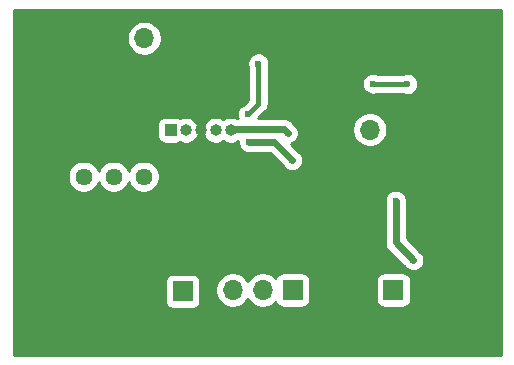
<source format=gbr>
G04 #@! TF.GenerationSoftware,KiCad,Pcbnew,5.1.5-52549c5~86~ubuntu18.04.1*
G04 #@! TF.CreationDate,2020-04-12T16:23:40+01:00*
G04 #@! TF.ProjectId,OverdrivePedal_RevC,4f766572-6472-4697-9665-506564616c5f,RevC*
G04 #@! TF.SameCoordinates,Original*
G04 #@! TF.FileFunction,Copper,L2,Bot*
G04 #@! TF.FilePolarity,Positive*
%FSLAX46Y46*%
G04 Gerber Fmt 4.6, Leading zero omitted, Abs format (unit mm)*
G04 Created by KiCad (PCBNEW 5.1.5-52549c5~86~ubuntu18.04.1) date 2020-04-12 16:23:40*
%MOMM*%
%LPD*%
G04 APERTURE LIST*
%ADD10C,1.440000*%
%ADD11O,1.000000X1.000000*%
%ADD12R,1.000000X1.000000*%
%ADD13O,1.700000X1.700000*%
%ADD14R,1.700000X1.700000*%
%ADD15C,0.600000*%
%ADD16C,0.450000*%
%ADD17C,0.600000*%
%ADD18C,0.254000*%
G04 APERTURE END LIST*
D10*
X129794000Y-95377000D03*
X132334000Y-95377000D03*
X134874000Y-95377000D03*
D11*
X142240000Y-91440000D03*
X140970000Y-91440000D03*
X139700000Y-91440000D03*
X138430000Y-91440000D03*
D12*
X137160000Y-91440000D03*
D13*
X154025600Y-91389200D03*
D14*
X156565600Y-91389200D03*
D13*
X142417800Y-104978200D03*
X144957800Y-104978200D03*
D14*
X147497800Y-104978200D03*
D13*
X138176000Y-107619800D03*
D14*
X138176000Y-105079800D03*
D13*
X134924800Y-83667600D03*
D14*
X134924800Y-86207600D03*
D13*
X153466800Y-104978200D03*
D14*
X156006800Y-104978200D03*
D15*
X155600400Y-96266000D03*
X140512800Y-97866200D03*
X140512800Y-101422200D03*
X153441400Y-96266000D03*
X149656800Y-103962200D03*
X142991800Y-107838200D03*
X148793200Y-85801200D03*
X152552400Y-86664800D03*
X157607000Y-96266000D03*
X159385000Y-82778600D03*
X162052000Y-82550000D03*
X126974598Y-82575400D03*
X152755600Y-99529900D03*
X151168100Y-99529900D03*
X131838700Y-99517200D03*
X146481800Y-85801202D03*
X142303500Y-83781900D03*
X142392400Y-85496400D03*
X155067000Y-83235798D03*
X147574000Y-90170000D03*
X151638000Y-95885000D03*
X137985500Y-95059500D03*
X154282000Y-87500600D03*
X157200600Y-87541100D03*
X143814800Y-92481400D03*
X144589500Y-85801200D03*
X147447000Y-93980000D03*
X143700500Y-90106500D03*
X147066000Y-91694000D03*
X157708600Y-102450900D03*
X156210000Y-97409000D03*
D16*
X154322500Y-87541100D02*
X154282000Y-87500600D01*
X157200600Y-87541100D02*
X154322500Y-87541100D01*
D17*
X145948400Y-92481400D02*
X143814800Y-92481400D01*
X147447000Y-93980000D02*
X145948400Y-92481400D01*
D16*
X143700500Y-90106500D02*
X144589500Y-89217500D01*
X144589500Y-86225464D02*
X144589500Y-85801200D01*
X144589500Y-89217500D02*
X144589500Y-86225464D01*
D17*
X142316200Y-91363800D02*
X142240000Y-91440000D01*
X147066000Y-91694000D02*
X146735800Y-91363800D01*
X146735800Y-91363800D02*
X142316200Y-91363800D01*
X156210000Y-100952300D02*
X157708600Y-102450900D01*
X156210000Y-97409000D02*
X156210000Y-100952300D01*
D18*
G36*
X165100401Y-110465000D02*
G01*
X123875400Y-110465000D01*
X123875400Y-104229800D01*
X136687928Y-104229800D01*
X136687928Y-105929800D01*
X136700188Y-106054282D01*
X136736498Y-106173980D01*
X136795463Y-106284294D01*
X136874815Y-106380985D01*
X136971506Y-106460337D01*
X137081820Y-106519302D01*
X137201518Y-106555612D01*
X137326000Y-106567872D01*
X139026000Y-106567872D01*
X139150482Y-106555612D01*
X139270180Y-106519302D01*
X139380494Y-106460337D01*
X139477185Y-106380985D01*
X139556537Y-106284294D01*
X139615502Y-106173980D01*
X139651812Y-106054282D01*
X139664072Y-105929800D01*
X139664072Y-104831940D01*
X140932800Y-104831940D01*
X140932800Y-105124460D01*
X140989868Y-105411358D01*
X141101810Y-105681611D01*
X141264325Y-105924832D01*
X141471168Y-106131675D01*
X141714389Y-106294190D01*
X141984642Y-106406132D01*
X142271540Y-106463200D01*
X142564060Y-106463200D01*
X142850958Y-106406132D01*
X143121211Y-106294190D01*
X143364432Y-106131675D01*
X143571275Y-105924832D01*
X143687800Y-105750440D01*
X143804325Y-105924832D01*
X144011168Y-106131675D01*
X144254389Y-106294190D01*
X144524642Y-106406132D01*
X144811540Y-106463200D01*
X145104060Y-106463200D01*
X145390958Y-106406132D01*
X145661211Y-106294190D01*
X145904432Y-106131675D01*
X146036287Y-105999820D01*
X146058298Y-106072380D01*
X146117263Y-106182694D01*
X146196615Y-106279385D01*
X146293306Y-106358737D01*
X146403620Y-106417702D01*
X146523318Y-106454012D01*
X146647800Y-106466272D01*
X148347800Y-106466272D01*
X148472282Y-106454012D01*
X148591980Y-106417702D01*
X148702294Y-106358737D01*
X148798985Y-106279385D01*
X148878337Y-106182694D01*
X148937302Y-106072380D01*
X148973612Y-105952682D01*
X148985872Y-105828200D01*
X148985872Y-104128200D01*
X154518728Y-104128200D01*
X154518728Y-105828200D01*
X154530988Y-105952682D01*
X154567298Y-106072380D01*
X154626263Y-106182694D01*
X154705615Y-106279385D01*
X154802306Y-106358737D01*
X154912620Y-106417702D01*
X155032318Y-106454012D01*
X155156800Y-106466272D01*
X156856800Y-106466272D01*
X156981282Y-106454012D01*
X157100980Y-106417702D01*
X157211294Y-106358737D01*
X157307985Y-106279385D01*
X157387337Y-106182694D01*
X157446302Y-106072380D01*
X157482612Y-105952682D01*
X157494872Y-105828200D01*
X157494872Y-104128200D01*
X157482612Y-104003718D01*
X157446302Y-103884020D01*
X157387337Y-103773706D01*
X157307985Y-103677015D01*
X157211294Y-103597663D01*
X157100980Y-103538698D01*
X156981282Y-103502388D01*
X156856800Y-103490128D01*
X155156800Y-103490128D01*
X155032318Y-103502388D01*
X154912620Y-103538698D01*
X154802306Y-103597663D01*
X154705615Y-103677015D01*
X154626263Y-103773706D01*
X154567298Y-103884020D01*
X154530988Y-104003718D01*
X154518728Y-104128200D01*
X148985872Y-104128200D01*
X148973612Y-104003718D01*
X148937302Y-103884020D01*
X148878337Y-103773706D01*
X148798985Y-103677015D01*
X148702294Y-103597663D01*
X148591980Y-103538698D01*
X148472282Y-103502388D01*
X148347800Y-103490128D01*
X146647800Y-103490128D01*
X146523318Y-103502388D01*
X146403620Y-103538698D01*
X146293306Y-103597663D01*
X146196615Y-103677015D01*
X146117263Y-103773706D01*
X146058298Y-103884020D01*
X146036287Y-103956580D01*
X145904432Y-103824725D01*
X145661211Y-103662210D01*
X145390958Y-103550268D01*
X145104060Y-103493200D01*
X144811540Y-103493200D01*
X144524642Y-103550268D01*
X144254389Y-103662210D01*
X144011168Y-103824725D01*
X143804325Y-104031568D01*
X143687800Y-104205960D01*
X143571275Y-104031568D01*
X143364432Y-103824725D01*
X143121211Y-103662210D01*
X142850958Y-103550268D01*
X142564060Y-103493200D01*
X142271540Y-103493200D01*
X141984642Y-103550268D01*
X141714389Y-103662210D01*
X141471168Y-103824725D01*
X141264325Y-104031568D01*
X141101810Y-104274789D01*
X140989868Y-104545042D01*
X140932800Y-104831940D01*
X139664072Y-104831940D01*
X139664072Y-104229800D01*
X139651812Y-104105318D01*
X139615502Y-103985620D01*
X139556537Y-103875306D01*
X139477185Y-103778615D01*
X139380494Y-103699263D01*
X139270180Y-103640298D01*
X139150482Y-103603988D01*
X139026000Y-103591728D01*
X137326000Y-103591728D01*
X137201518Y-103603988D01*
X137081820Y-103640298D01*
X136971506Y-103699263D01*
X136874815Y-103778615D01*
X136795463Y-103875306D01*
X136736498Y-103985620D01*
X136700188Y-104105318D01*
X136687928Y-104229800D01*
X123875400Y-104229800D01*
X123875400Y-100952300D01*
X155270476Y-100952300D01*
X155288529Y-101135591D01*
X155341994Y-101311840D01*
X155428815Y-101474272D01*
X155545657Y-101616644D01*
X155581336Y-101645925D01*
X156982338Y-103046928D01*
X157112572Y-103177162D01*
X157150952Y-103202807D01*
X157186628Y-103232085D01*
X157227330Y-103253840D01*
X157265711Y-103279486D01*
X157308357Y-103297151D01*
X157349059Y-103318906D01*
X157393227Y-103332304D01*
X157435871Y-103349968D01*
X157481138Y-103358972D01*
X157525307Y-103372371D01*
X157571239Y-103376895D01*
X157616511Y-103385900D01*
X157662674Y-103385900D01*
X157708599Y-103390423D01*
X157754524Y-103385900D01*
X157800689Y-103385900D01*
X157845963Y-103376894D01*
X157891891Y-103372371D01*
X157936057Y-103358973D01*
X157981329Y-103349968D01*
X158023977Y-103332303D01*
X158068140Y-103318906D01*
X158108838Y-103297152D01*
X158151489Y-103279486D01*
X158189874Y-103253838D01*
X158230571Y-103232085D01*
X158266241Y-103202811D01*
X158304628Y-103177162D01*
X158337275Y-103144515D01*
X158372943Y-103115243D01*
X158402215Y-103079575D01*
X158434862Y-103046928D01*
X158460511Y-103008541D01*
X158489785Y-102972871D01*
X158511538Y-102932174D01*
X158537186Y-102893789D01*
X158554852Y-102851138D01*
X158576606Y-102810440D01*
X158590003Y-102766277D01*
X158607668Y-102723629D01*
X158616673Y-102678357D01*
X158630071Y-102634191D01*
X158634594Y-102588263D01*
X158643600Y-102542989D01*
X158643600Y-102496824D01*
X158648123Y-102450899D01*
X158643600Y-102404974D01*
X158643600Y-102358811D01*
X158634595Y-102313539D01*
X158630071Y-102267607D01*
X158616672Y-102223438D01*
X158607668Y-102178171D01*
X158590004Y-102135527D01*
X158576606Y-102091359D01*
X158554851Y-102050657D01*
X158537186Y-102008011D01*
X158511540Y-101969630D01*
X158489785Y-101928928D01*
X158460507Y-101893252D01*
X158434862Y-101854872D01*
X158304628Y-101724638D01*
X157145000Y-100565011D01*
X157145000Y-97316911D01*
X157135995Y-97271641D01*
X157131471Y-97225708D01*
X157118072Y-97181538D01*
X157109068Y-97136271D01*
X157091406Y-97093631D01*
X157078007Y-97049460D01*
X157056248Y-97008752D01*
X157038586Y-96966111D01*
X157012945Y-96927736D01*
X156991186Y-96887028D01*
X156961903Y-96851347D01*
X156936262Y-96812972D01*
X156903625Y-96780335D01*
X156874344Y-96744656D01*
X156838666Y-96715376D01*
X156806028Y-96682738D01*
X156767649Y-96657094D01*
X156731971Y-96627814D01*
X156691268Y-96606058D01*
X156652889Y-96580414D01*
X156610243Y-96562750D01*
X156569539Y-96540993D01*
X156525372Y-96527595D01*
X156482729Y-96509932D01*
X156437459Y-96500927D01*
X156393291Y-96487529D01*
X156347360Y-96483005D01*
X156302089Y-96474000D01*
X156255932Y-96474000D01*
X156210000Y-96469476D01*
X156164068Y-96474000D01*
X156117911Y-96474000D01*
X156072641Y-96483005D01*
X156026708Y-96487529D01*
X155982538Y-96500928D01*
X155937271Y-96509932D01*
X155894631Y-96527594D01*
X155850460Y-96540993D01*
X155809752Y-96562752D01*
X155767111Y-96580414D01*
X155728736Y-96606055D01*
X155688028Y-96627814D01*
X155652347Y-96657097D01*
X155613972Y-96682738D01*
X155581335Y-96715375D01*
X155545656Y-96744656D01*
X155516376Y-96780334D01*
X155483738Y-96812972D01*
X155458094Y-96851351D01*
X155428814Y-96887029D01*
X155407058Y-96927732D01*
X155381414Y-96966111D01*
X155363750Y-97008757D01*
X155341993Y-97049461D01*
X155328595Y-97093628D01*
X155310932Y-97136271D01*
X155301927Y-97181541D01*
X155288529Y-97225709D01*
X155284005Y-97271640D01*
X155275000Y-97316911D01*
X155275000Y-97363069D01*
X155275001Y-100906358D01*
X155270476Y-100952300D01*
X123875400Y-100952300D01*
X123875400Y-95243544D01*
X128439000Y-95243544D01*
X128439000Y-95510456D01*
X128491072Y-95772239D01*
X128593215Y-96018833D01*
X128741503Y-96240762D01*
X128930238Y-96429497D01*
X129152167Y-96577785D01*
X129398761Y-96679928D01*
X129660544Y-96732000D01*
X129927456Y-96732000D01*
X130189239Y-96679928D01*
X130435833Y-96577785D01*
X130657762Y-96429497D01*
X130846497Y-96240762D01*
X130994785Y-96018833D01*
X131064000Y-95851734D01*
X131133215Y-96018833D01*
X131281503Y-96240762D01*
X131470238Y-96429497D01*
X131692167Y-96577785D01*
X131938761Y-96679928D01*
X132200544Y-96732000D01*
X132467456Y-96732000D01*
X132729239Y-96679928D01*
X132975833Y-96577785D01*
X133197762Y-96429497D01*
X133386497Y-96240762D01*
X133534785Y-96018833D01*
X133604000Y-95851734D01*
X133673215Y-96018833D01*
X133821503Y-96240762D01*
X134010238Y-96429497D01*
X134232167Y-96577785D01*
X134478761Y-96679928D01*
X134740544Y-96732000D01*
X135007456Y-96732000D01*
X135269239Y-96679928D01*
X135515833Y-96577785D01*
X135737762Y-96429497D01*
X135926497Y-96240762D01*
X136074785Y-96018833D01*
X136176928Y-95772239D01*
X136229000Y-95510456D01*
X136229000Y-95243544D01*
X136176928Y-94981761D01*
X136074785Y-94735167D01*
X135926497Y-94513238D01*
X135737762Y-94324503D01*
X135515833Y-94176215D01*
X135269239Y-94074072D01*
X135007456Y-94022000D01*
X134740544Y-94022000D01*
X134478761Y-94074072D01*
X134232167Y-94176215D01*
X134010238Y-94324503D01*
X133821503Y-94513238D01*
X133673215Y-94735167D01*
X133604000Y-94902266D01*
X133534785Y-94735167D01*
X133386497Y-94513238D01*
X133197762Y-94324503D01*
X132975833Y-94176215D01*
X132729239Y-94074072D01*
X132467456Y-94022000D01*
X132200544Y-94022000D01*
X131938761Y-94074072D01*
X131692167Y-94176215D01*
X131470238Y-94324503D01*
X131281503Y-94513238D01*
X131133215Y-94735167D01*
X131064000Y-94902266D01*
X130994785Y-94735167D01*
X130846497Y-94513238D01*
X130657762Y-94324503D01*
X130435833Y-94176215D01*
X130189239Y-94074072D01*
X129927456Y-94022000D01*
X129660544Y-94022000D01*
X129398761Y-94074072D01*
X129152167Y-94176215D01*
X128930238Y-94324503D01*
X128741503Y-94513238D01*
X128593215Y-94735167D01*
X128491072Y-94981761D01*
X128439000Y-95243544D01*
X123875400Y-95243544D01*
X123875400Y-90940000D01*
X136021928Y-90940000D01*
X136021928Y-91940000D01*
X136034188Y-92064482D01*
X136070498Y-92184180D01*
X136129463Y-92294494D01*
X136208815Y-92391185D01*
X136305506Y-92470537D01*
X136415820Y-92529502D01*
X136535518Y-92565812D01*
X136660000Y-92578072D01*
X137660000Y-92578072D01*
X137784482Y-92565812D01*
X137904180Y-92529502D01*
X137987226Y-92485112D01*
X138098933Y-92531383D01*
X138318212Y-92575000D01*
X138541788Y-92575000D01*
X138761067Y-92531383D01*
X138967624Y-92445824D01*
X139153520Y-92321612D01*
X139311612Y-92163520D01*
X139435824Y-91977624D01*
X139521383Y-91771067D01*
X139565000Y-91551788D01*
X139565000Y-91328212D01*
X139835000Y-91328212D01*
X139835000Y-91551788D01*
X139878617Y-91771067D01*
X139964176Y-91977624D01*
X140088388Y-92163520D01*
X140246480Y-92321612D01*
X140432376Y-92445824D01*
X140638933Y-92531383D01*
X140858212Y-92575000D01*
X141081788Y-92575000D01*
X141301067Y-92531383D01*
X141507624Y-92445824D01*
X141605000Y-92380759D01*
X141702376Y-92445824D01*
X141908933Y-92531383D01*
X142128212Y-92575000D01*
X142351788Y-92575000D01*
X142571067Y-92531383D01*
X142777624Y-92445824D01*
X142882498Y-92375750D01*
X142879800Y-92389311D01*
X142879800Y-92435468D01*
X142875276Y-92481400D01*
X142879800Y-92527332D01*
X142879800Y-92573489D01*
X142888805Y-92618759D01*
X142893329Y-92664692D01*
X142906728Y-92708862D01*
X142915732Y-92754129D01*
X142933394Y-92796769D01*
X142946793Y-92840940D01*
X142968552Y-92881648D01*
X142986214Y-92924289D01*
X143011855Y-92962664D01*
X143033614Y-93003372D01*
X143062897Y-93039053D01*
X143088538Y-93077428D01*
X143121175Y-93110065D01*
X143150456Y-93145744D01*
X143186135Y-93175025D01*
X143218772Y-93207662D01*
X143257147Y-93233303D01*
X143292828Y-93262586D01*
X143333536Y-93284345D01*
X143371911Y-93309986D01*
X143414552Y-93327648D01*
X143455260Y-93349407D01*
X143499431Y-93362806D01*
X143542071Y-93380468D01*
X143587338Y-93389472D01*
X143631508Y-93402871D01*
X143677441Y-93407395D01*
X143722711Y-93416400D01*
X145561111Y-93416400D01*
X146720738Y-94576028D01*
X146850972Y-94706262D01*
X146889352Y-94731907D01*
X146925028Y-94761185D01*
X146965730Y-94782940D01*
X147004111Y-94808586D01*
X147046757Y-94826251D01*
X147087459Y-94848006D01*
X147131627Y-94861404D01*
X147174271Y-94879068D01*
X147219538Y-94888072D01*
X147263707Y-94901471D01*
X147309639Y-94905995D01*
X147354911Y-94915000D01*
X147401074Y-94915000D01*
X147446999Y-94919523D01*
X147492924Y-94915000D01*
X147539089Y-94915000D01*
X147584363Y-94905994D01*
X147630291Y-94901471D01*
X147674457Y-94888073D01*
X147719729Y-94879068D01*
X147762377Y-94861403D01*
X147806540Y-94848006D01*
X147847238Y-94826252D01*
X147889889Y-94808586D01*
X147928274Y-94782938D01*
X147968971Y-94761185D01*
X148004641Y-94731911D01*
X148043028Y-94706262D01*
X148075675Y-94673615D01*
X148111343Y-94644343D01*
X148140615Y-94608675D01*
X148173262Y-94576028D01*
X148198911Y-94537641D01*
X148228185Y-94501971D01*
X148249938Y-94461274D01*
X148275586Y-94422889D01*
X148293252Y-94380238D01*
X148315006Y-94339540D01*
X148328403Y-94295377D01*
X148346068Y-94252729D01*
X148355073Y-94207457D01*
X148368471Y-94163291D01*
X148372994Y-94117363D01*
X148382000Y-94072089D01*
X148382000Y-94025924D01*
X148386523Y-93979999D01*
X148382000Y-93934074D01*
X148382000Y-93887911D01*
X148372995Y-93842639D01*
X148368471Y-93796707D01*
X148355072Y-93752538D01*
X148346068Y-93707271D01*
X148328404Y-93664627D01*
X148315006Y-93620459D01*
X148293251Y-93579757D01*
X148275586Y-93537111D01*
X148249940Y-93498730D01*
X148228185Y-93458028D01*
X148198907Y-93422352D01*
X148173262Y-93383972D01*
X148043028Y-93253738D01*
X147369579Y-92580290D01*
X147381377Y-92575403D01*
X147425540Y-92562006D01*
X147466238Y-92540252D01*
X147508889Y-92522586D01*
X147547274Y-92496938D01*
X147587971Y-92475185D01*
X147623641Y-92445911D01*
X147662028Y-92420262D01*
X147694675Y-92387615D01*
X147730343Y-92358343D01*
X147759615Y-92322675D01*
X147792262Y-92290028D01*
X147817911Y-92251641D01*
X147847185Y-92215971D01*
X147868938Y-92175274D01*
X147894586Y-92136889D01*
X147912252Y-92094238D01*
X147934006Y-92053540D01*
X147947403Y-92009377D01*
X147965068Y-91966729D01*
X147974073Y-91921457D01*
X147987471Y-91877291D01*
X147991995Y-91831360D01*
X148001000Y-91786089D01*
X148001000Y-91739931D01*
X148005524Y-91693999D01*
X148001000Y-91648067D01*
X148001000Y-91601911D01*
X147991995Y-91556642D01*
X147987471Y-91510707D01*
X147974072Y-91466539D01*
X147965068Y-91421271D01*
X147947404Y-91378625D01*
X147934006Y-91334460D01*
X147912252Y-91293762D01*
X147894586Y-91251111D01*
X147889127Y-91242940D01*
X152540600Y-91242940D01*
X152540600Y-91535460D01*
X152597668Y-91822358D01*
X152709610Y-92092611D01*
X152872125Y-92335832D01*
X153078968Y-92542675D01*
X153322189Y-92705190D01*
X153592442Y-92817132D01*
X153879340Y-92874200D01*
X154171860Y-92874200D01*
X154458758Y-92817132D01*
X154729011Y-92705190D01*
X154972232Y-92542675D01*
X155179075Y-92335832D01*
X155341590Y-92092611D01*
X155453532Y-91822358D01*
X155510600Y-91535460D01*
X155510600Y-91242940D01*
X155453532Y-90956042D01*
X155341590Y-90685789D01*
X155179075Y-90442568D01*
X154972232Y-90235725D01*
X154729011Y-90073210D01*
X154458758Y-89961268D01*
X154171860Y-89904200D01*
X153879340Y-89904200D01*
X153592442Y-89961268D01*
X153322189Y-90073210D01*
X153078968Y-90235725D01*
X152872125Y-90442568D01*
X152709610Y-90685789D01*
X152597668Y-90956042D01*
X152540600Y-91242940D01*
X147889127Y-91242940D01*
X147868938Y-91212726D01*
X147847185Y-91172029D01*
X147817911Y-91136358D01*
X147792262Y-91097972D01*
X147662028Y-90967738D01*
X147662025Y-90967736D01*
X147429430Y-90735141D01*
X147400144Y-90699456D01*
X147257772Y-90582614D01*
X147095340Y-90495793D01*
X146919092Y-90442329D01*
X146781732Y-90428800D01*
X146735800Y-90424276D01*
X146689868Y-90428800D01*
X144594423Y-90428800D01*
X145167742Y-89855482D01*
X145200554Y-89828554D01*
X145308024Y-89697602D01*
X145387881Y-89548200D01*
X145437056Y-89386089D01*
X145449500Y-89259746D01*
X145449500Y-89259739D01*
X145453660Y-89217500D01*
X145449500Y-89175261D01*
X145449500Y-87408511D01*
X153347000Y-87408511D01*
X153347000Y-87592689D01*
X153382932Y-87773329D01*
X153453414Y-87943489D01*
X153555738Y-88096628D01*
X153685972Y-88226862D01*
X153839111Y-88329186D01*
X154009271Y-88399668D01*
X154189911Y-88435600D01*
X154374089Y-88435600D01*
X154547530Y-88401100D01*
X156833552Y-88401100D01*
X156927871Y-88440168D01*
X157108511Y-88476100D01*
X157292689Y-88476100D01*
X157473329Y-88440168D01*
X157643489Y-88369686D01*
X157796628Y-88267362D01*
X157926862Y-88137128D01*
X158029186Y-87983989D01*
X158099668Y-87813829D01*
X158135600Y-87633189D01*
X158135600Y-87449011D01*
X158099668Y-87268371D01*
X158029186Y-87098211D01*
X157926862Y-86945072D01*
X157796628Y-86814838D01*
X157643489Y-86712514D01*
X157473329Y-86642032D01*
X157292689Y-86606100D01*
X157108511Y-86606100D01*
X156927871Y-86642032D01*
X156833552Y-86681100D01*
X154738487Y-86681100D01*
X154724889Y-86672014D01*
X154554729Y-86601532D01*
X154374089Y-86565600D01*
X154189911Y-86565600D01*
X154009271Y-86601532D01*
X153839111Y-86672014D01*
X153685972Y-86774338D01*
X153555738Y-86904572D01*
X153453414Y-87057711D01*
X153382932Y-87227871D01*
X153347000Y-87408511D01*
X145449500Y-87408511D01*
X145449500Y-86168248D01*
X145488568Y-86073929D01*
X145524500Y-85893289D01*
X145524500Y-85709111D01*
X145488568Y-85528471D01*
X145418086Y-85358311D01*
X145315762Y-85205172D01*
X145185528Y-85074938D01*
X145032389Y-84972614D01*
X144862229Y-84902132D01*
X144681589Y-84866200D01*
X144497411Y-84866200D01*
X144316771Y-84902132D01*
X144146611Y-84972614D01*
X143993472Y-85074938D01*
X143863238Y-85205172D01*
X143760914Y-85358311D01*
X143690432Y-85528471D01*
X143654500Y-85709111D01*
X143654500Y-85893289D01*
X143690432Y-86073929D01*
X143729500Y-86168248D01*
X143729500Y-86267709D01*
X143729501Y-86267719D01*
X143729500Y-88861276D01*
X143351931Y-89238846D01*
X143257611Y-89277914D01*
X143104472Y-89380238D01*
X142974238Y-89510472D01*
X142871914Y-89663611D01*
X142801432Y-89833771D01*
X142765500Y-90014411D01*
X142765500Y-90198589D01*
X142801432Y-90379229D01*
X142821965Y-90428800D01*
X142764645Y-90428800D01*
X142571067Y-90348617D01*
X142351788Y-90305000D01*
X142128212Y-90305000D01*
X141908933Y-90348617D01*
X141702376Y-90434176D01*
X141605000Y-90499241D01*
X141507624Y-90434176D01*
X141301067Y-90348617D01*
X141081788Y-90305000D01*
X140858212Y-90305000D01*
X140638933Y-90348617D01*
X140432376Y-90434176D01*
X140246480Y-90558388D01*
X140088388Y-90716480D01*
X139964176Y-90902376D01*
X139878617Y-91108933D01*
X139835000Y-91328212D01*
X139565000Y-91328212D01*
X139521383Y-91108933D01*
X139435824Y-90902376D01*
X139311612Y-90716480D01*
X139153520Y-90558388D01*
X138967624Y-90434176D01*
X138761067Y-90348617D01*
X138541788Y-90305000D01*
X138318212Y-90305000D01*
X138098933Y-90348617D01*
X137987226Y-90394888D01*
X137904180Y-90350498D01*
X137784482Y-90314188D01*
X137660000Y-90301928D01*
X136660000Y-90301928D01*
X136535518Y-90314188D01*
X136415820Y-90350498D01*
X136305506Y-90409463D01*
X136208815Y-90488815D01*
X136129463Y-90585506D01*
X136070498Y-90695820D01*
X136034188Y-90815518D01*
X136021928Y-90940000D01*
X123875400Y-90940000D01*
X123875400Y-83521340D01*
X133439800Y-83521340D01*
X133439800Y-83813860D01*
X133496868Y-84100758D01*
X133608810Y-84371011D01*
X133771325Y-84614232D01*
X133978168Y-84821075D01*
X134221389Y-84983590D01*
X134491642Y-85095532D01*
X134778540Y-85152600D01*
X135071060Y-85152600D01*
X135357958Y-85095532D01*
X135628211Y-84983590D01*
X135871432Y-84821075D01*
X136078275Y-84614232D01*
X136240790Y-84371011D01*
X136352732Y-84100758D01*
X136409800Y-83813860D01*
X136409800Y-83521340D01*
X136352732Y-83234442D01*
X136240790Y-82964189D01*
X136078275Y-82720968D01*
X135871432Y-82514125D01*
X135628211Y-82351610D01*
X135357958Y-82239668D01*
X135071060Y-82182600D01*
X134778540Y-82182600D01*
X134491642Y-82239668D01*
X134221389Y-82351610D01*
X133978168Y-82514125D01*
X133771325Y-82720968D01*
X133608810Y-82964189D01*
X133496868Y-83234442D01*
X133439800Y-83521340D01*
X123875400Y-83521340D01*
X123875400Y-81305000D01*
X165100400Y-81305000D01*
X165100401Y-110465000D01*
G37*
X165100401Y-110465000D02*
X123875400Y-110465000D01*
X123875400Y-104229800D01*
X136687928Y-104229800D01*
X136687928Y-105929800D01*
X136700188Y-106054282D01*
X136736498Y-106173980D01*
X136795463Y-106284294D01*
X136874815Y-106380985D01*
X136971506Y-106460337D01*
X137081820Y-106519302D01*
X137201518Y-106555612D01*
X137326000Y-106567872D01*
X139026000Y-106567872D01*
X139150482Y-106555612D01*
X139270180Y-106519302D01*
X139380494Y-106460337D01*
X139477185Y-106380985D01*
X139556537Y-106284294D01*
X139615502Y-106173980D01*
X139651812Y-106054282D01*
X139664072Y-105929800D01*
X139664072Y-104831940D01*
X140932800Y-104831940D01*
X140932800Y-105124460D01*
X140989868Y-105411358D01*
X141101810Y-105681611D01*
X141264325Y-105924832D01*
X141471168Y-106131675D01*
X141714389Y-106294190D01*
X141984642Y-106406132D01*
X142271540Y-106463200D01*
X142564060Y-106463200D01*
X142850958Y-106406132D01*
X143121211Y-106294190D01*
X143364432Y-106131675D01*
X143571275Y-105924832D01*
X143687800Y-105750440D01*
X143804325Y-105924832D01*
X144011168Y-106131675D01*
X144254389Y-106294190D01*
X144524642Y-106406132D01*
X144811540Y-106463200D01*
X145104060Y-106463200D01*
X145390958Y-106406132D01*
X145661211Y-106294190D01*
X145904432Y-106131675D01*
X146036287Y-105999820D01*
X146058298Y-106072380D01*
X146117263Y-106182694D01*
X146196615Y-106279385D01*
X146293306Y-106358737D01*
X146403620Y-106417702D01*
X146523318Y-106454012D01*
X146647800Y-106466272D01*
X148347800Y-106466272D01*
X148472282Y-106454012D01*
X148591980Y-106417702D01*
X148702294Y-106358737D01*
X148798985Y-106279385D01*
X148878337Y-106182694D01*
X148937302Y-106072380D01*
X148973612Y-105952682D01*
X148985872Y-105828200D01*
X148985872Y-104128200D01*
X154518728Y-104128200D01*
X154518728Y-105828200D01*
X154530988Y-105952682D01*
X154567298Y-106072380D01*
X154626263Y-106182694D01*
X154705615Y-106279385D01*
X154802306Y-106358737D01*
X154912620Y-106417702D01*
X155032318Y-106454012D01*
X155156800Y-106466272D01*
X156856800Y-106466272D01*
X156981282Y-106454012D01*
X157100980Y-106417702D01*
X157211294Y-106358737D01*
X157307985Y-106279385D01*
X157387337Y-106182694D01*
X157446302Y-106072380D01*
X157482612Y-105952682D01*
X157494872Y-105828200D01*
X157494872Y-104128200D01*
X157482612Y-104003718D01*
X157446302Y-103884020D01*
X157387337Y-103773706D01*
X157307985Y-103677015D01*
X157211294Y-103597663D01*
X157100980Y-103538698D01*
X156981282Y-103502388D01*
X156856800Y-103490128D01*
X155156800Y-103490128D01*
X155032318Y-103502388D01*
X154912620Y-103538698D01*
X154802306Y-103597663D01*
X154705615Y-103677015D01*
X154626263Y-103773706D01*
X154567298Y-103884020D01*
X154530988Y-104003718D01*
X154518728Y-104128200D01*
X148985872Y-104128200D01*
X148973612Y-104003718D01*
X148937302Y-103884020D01*
X148878337Y-103773706D01*
X148798985Y-103677015D01*
X148702294Y-103597663D01*
X148591980Y-103538698D01*
X148472282Y-103502388D01*
X148347800Y-103490128D01*
X146647800Y-103490128D01*
X146523318Y-103502388D01*
X146403620Y-103538698D01*
X146293306Y-103597663D01*
X146196615Y-103677015D01*
X146117263Y-103773706D01*
X146058298Y-103884020D01*
X146036287Y-103956580D01*
X145904432Y-103824725D01*
X145661211Y-103662210D01*
X145390958Y-103550268D01*
X145104060Y-103493200D01*
X144811540Y-103493200D01*
X144524642Y-103550268D01*
X144254389Y-103662210D01*
X144011168Y-103824725D01*
X143804325Y-104031568D01*
X143687800Y-104205960D01*
X143571275Y-104031568D01*
X143364432Y-103824725D01*
X143121211Y-103662210D01*
X142850958Y-103550268D01*
X142564060Y-103493200D01*
X142271540Y-103493200D01*
X141984642Y-103550268D01*
X141714389Y-103662210D01*
X141471168Y-103824725D01*
X141264325Y-104031568D01*
X141101810Y-104274789D01*
X140989868Y-104545042D01*
X140932800Y-104831940D01*
X139664072Y-104831940D01*
X139664072Y-104229800D01*
X139651812Y-104105318D01*
X139615502Y-103985620D01*
X139556537Y-103875306D01*
X139477185Y-103778615D01*
X139380494Y-103699263D01*
X139270180Y-103640298D01*
X139150482Y-103603988D01*
X139026000Y-103591728D01*
X137326000Y-103591728D01*
X137201518Y-103603988D01*
X137081820Y-103640298D01*
X136971506Y-103699263D01*
X136874815Y-103778615D01*
X136795463Y-103875306D01*
X136736498Y-103985620D01*
X136700188Y-104105318D01*
X136687928Y-104229800D01*
X123875400Y-104229800D01*
X123875400Y-100952300D01*
X155270476Y-100952300D01*
X155288529Y-101135591D01*
X155341994Y-101311840D01*
X155428815Y-101474272D01*
X155545657Y-101616644D01*
X155581336Y-101645925D01*
X156982338Y-103046928D01*
X157112572Y-103177162D01*
X157150952Y-103202807D01*
X157186628Y-103232085D01*
X157227330Y-103253840D01*
X157265711Y-103279486D01*
X157308357Y-103297151D01*
X157349059Y-103318906D01*
X157393227Y-103332304D01*
X157435871Y-103349968D01*
X157481138Y-103358972D01*
X157525307Y-103372371D01*
X157571239Y-103376895D01*
X157616511Y-103385900D01*
X157662674Y-103385900D01*
X157708599Y-103390423D01*
X157754524Y-103385900D01*
X157800689Y-103385900D01*
X157845963Y-103376894D01*
X157891891Y-103372371D01*
X157936057Y-103358973D01*
X157981329Y-103349968D01*
X158023977Y-103332303D01*
X158068140Y-103318906D01*
X158108838Y-103297152D01*
X158151489Y-103279486D01*
X158189874Y-103253838D01*
X158230571Y-103232085D01*
X158266241Y-103202811D01*
X158304628Y-103177162D01*
X158337275Y-103144515D01*
X158372943Y-103115243D01*
X158402215Y-103079575D01*
X158434862Y-103046928D01*
X158460511Y-103008541D01*
X158489785Y-102972871D01*
X158511538Y-102932174D01*
X158537186Y-102893789D01*
X158554852Y-102851138D01*
X158576606Y-102810440D01*
X158590003Y-102766277D01*
X158607668Y-102723629D01*
X158616673Y-102678357D01*
X158630071Y-102634191D01*
X158634594Y-102588263D01*
X158643600Y-102542989D01*
X158643600Y-102496824D01*
X158648123Y-102450899D01*
X158643600Y-102404974D01*
X158643600Y-102358811D01*
X158634595Y-102313539D01*
X158630071Y-102267607D01*
X158616672Y-102223438D01*
X158607668Y-102178171D01*
X158590004Y-102135527D01*
X158576606Y-102091359D01*
X158554851Y-102050657D01*
X158537186Y-102008011D01*
X158511540Y-101969630D01*
X158489785Y-101928928D01*
X158460507Y-101893252D01*
X158434862Y-101854872D01*
X158304628Y-101724638D01*
X157145000Y-100565011D01*
X157145000Y-97316911D01*
X157135995Y-97271641D01*
X157131471Y-97225708D01*
X157118072Y-97181538D01*
X157109068Y-97136271D01*
X157091406Y-97093631D01*
X157078007Y-97049460D01*
X157056248Y-97008752D01*
X157038586Y-96966111D01*
X157012945Y-96927736D01*
X156991186Y-96887028D01*
X156961903Y-96851347D01*
X156936262Y-96812972D01*
X156903625Y-96780335D01*
X156874344Y-96744656D01*
X156838666Y-96715376D01*
X156806028Y-96682738D01*
X156767649Y-96657094D01*
X156731971Y-96627814D01*
X156691268Y-96606058D01*
X156652889Y-96580414D01*
X156610243Y-96562750D01*
X156569539Y-96540993D01*
X156525372Y-96527595D01*
X156482729Y-96509932D01*
X156437459Y-96500927D01*
X156393291Y-96487529D01*
X156347360Y-96483005D01*
X156302089Y-96474000D01*
X156255932Y-96474000D01*
X156210000Y-96469476D01*
X156164068Y-96474000D01*
X156117911Y-96474000D01*
X156072641Y-96483005D01*
X156026708Y-96487529D01*
X155982538Y-96500928D01*
X155937271Y-96509932D01*
X155894631Y-96527594D01*
X155850460Y-96540993D01*
X155809752Y-96562752D01*
X155767111Y-96580414D01*
X155728736Y-96606055D01*
X155688028Y-96627814D01*
X155652347Y-96657097D01*
X155613972Y-96682738D01*
X155581335Y-96715375D01*
X155545656Y-96744656D01*
X155516376Y-96780334D01*
X155483738Y-96812972D01*
X155458094Y-96851351D01*
X155428814Y-96887029D01*
X155407058Y-96927732D01*
X155381414Y-96966111D01*
X155363750Y-97008757D01*
X155341993Y-97049461D01*
X155328595Y-97093628D01*
X155310932Y-97136271D01*
X155301927Y-97181541D01*
X155288529Y-97225709D01*
X155284005Y-97271640D01*
X155275000Y-97316911D01*
X155275000Y-97363069D01*
X155275001Y-100906358D01*
X155270476Y-100952300D01*
X123875400Y-100952300D01*
X123875400Y-95243544D01*
X128439000Y-95243544D01*
X128439000Y-95510456D01*
X128491072Y-95772239D01*
X128593215Y-96018833D01*
X128741503Y-96240762D01*
X128930238Y-96429497D01*
X129152167Y-96577785D01*
X129398761Y-96679928D01*
X129660544Y-96732000D01*
X129927456Y-96732000D01*
X130189239Y-96679928D01*
X130435833Y-96577785D01*
X130657762Y-96429497D01*
X130846497Y-96240762D01*
X130994785Y-96018833D01*
X131064000Y-95851734D01*
X131133215Y-96018833D01*
X131281503Y-96240762D01*
X131470238Y-96429497D01*
X131692167Y-96577785D01*
X131938761Y-96679928D01*
X132200544Y-96732000D01*
X132467456Y-96732000D01*
X132729239Y-96679928D01*
X132975833Y-96577785D01*
X133197762Y-96429497D01*
X133386497Y-96240762D01*
X133534785Y-96018833D01*
X133604000Y-95851734D01*
X133673215Y-96018833D01*
X133821503Y-96240762D01*
X134010238Y-96429497D01*
X134232167Y-96577785D01*
X134478761Y-96679928D01*
X134740544Y-96732000D01*
X135007456Y-96732000D01*
X135269239Y-96679928D01*
X135515833Y-96577785D01*
X135737762Y-96429497D01*
X135926497Y-96240762D01*
X136074785Y-96018833D01*
X136176928Y-95772239D01*
X136229000Y-95510456D01*
X136229000Y-95243544D01*
X136176928Y-94981761D01*
X136074785Y-94735167D01*
X135926497Y-94513238D01*
X135737762Y-94324503D01*
X135515833Y-94176215D01*
X135269239Y-94074072D01*
X135007456Y-94022000D01*
X134740544Y-94022000D01*
X134478761Y-94074072D01*
X134232167Y-94176215D01*
X134010238Y-94324503D01*
X133821503Y-94513238D01*
X133673215Y-94735167D01*
X133604000Y-94902266D01*
X133534785Y-94735167D01*
X133386497Y-94513238D01*
X133197762Y-94324503D01*
X132975833Y-94176215D01*
X132729239Y-94074072D01*
X132467456Y-94022000D01*
X132200544Y-94022000D01*
X131938761Y-94074072D01*
X131692167Y-94176215D01*
X131470238Y-94324503D01*
X131281503Y-94513238D01*
X131133215Y-94735167D01*
X131064000Y-94902266D01*
X130994785Y-94735167D01*
X130846497Y-94513238D01*
X130657762Y-94324503D01*
X130435833Y-94176215D01*
X130189239Y-94074072D01*
X129927456Y-94022000D01*
X129660544Y-94022000D01*
X129398761Y-94074072D01*
X129152167Y-94176215D01*
X128930238Y-94324503D01*
X128741503Y-94513238D01*
X128593215Y-94735167D01*
X128491072Y-94981761D01*
X128439000Y-95243544D01*
X123875400Y-95243544D01*
X123875400Y-90940000D01*
X136021928Y-90940000D01*
X136021928Y-91940000D01*
X136034188Y-92064482D01*
X136070498Y-92184180D01*
X136129463Y-92294494D01*
X136208815Y-92391185D01*
X136305506Y-92470537D01*
X136415820Y-92529502D01*
X136535518Y-92565812D01*
X136660000Y-92578072D01*
X137660000Y-92578072D01*
X137784482Y-92565812D01*
X137904180Y-92529502D01*
X137987226Y-92485112D01*
X138098933Y-92531383D01*
X138318212Y-92575000D01*
X138541788Y-92575000D01*
X138761067Y-92531383D01*
X138967624Y-92445824D01*
X139153520Y-92321612D01*
X139311612Y-92163520D01*
X139435824Y-91977624D01*
X139521383Y-91771067D01*
X139565000Y-91551788D01*
X139565000Y-91328212D01*
X139835000Y-91328212D01*
X139835000Y-91551788D01*
X139878617Y-91771067D01*
X139964176Y-91977624D01*
X140088388Y-92163520D01*
X140246480Y-92321612D01*
X140432376Y-92445824D01*
X140638933Y-92531383D01*
X140858212Y-92575000D01*
X141081788Y-92575000D01*
X141301067Y-92531383D01*
X141507624Y-92445824D01*
X141605000Y-92380759D01*
X141702376Y-92445824D01*
X141908933Y-92531383D01*
X142128212Y-92575000D01*
X142351788Y-92575000D01*
X142571067Y-92531383D01*
X142777624Y-92445824D01*
X142882498Y-92375750D01*
X142879800Y-92389311D01*
X142879800Y-92435468D01*
X142875276Y-92481400D01*
X142879800Y-92527332D01*
X142879800Y-92573489D01*
X142888805Y-92618759D01*
X142893329Y-92664692D01*
X142906728Y-92708862D01*
X142915732Y-92754129D01*
X142933394Y-92796769D01*
X142946793Y-92840940D01*
X142968552Y-92881648D01*
X142986214Y-92924289D01*
X143011855Y-92962664D01*
X143033614Y-93003372D01*
X143062897Y-93039053D01*
X143088538Y-93077428D01*
X143121175Y-93110065D01*
X143150456Y-93145744D01*
X143186135Y-93175025D01*
X143218772Y-93207662D01*
X143257147Y-93233303D01*
X143292828Y-93262586D01*
X143333536Y-93284345D01*
X143371911Y-93309986D01*
X143414552Y-93327648D01*
X143455260Y-93349407D01*
X143499431Y-93362806D01*
X143542071Y-93380468D01*
X143587338Y-93389472D01*
X143631508Y-93402871D01*
X143677441Y-93407395D01*
X143722711Y-93416400D01*
X145561111Y-93416400D01*
X146720738Y-94576028D01*
X146850972Y-94706262D01*
X146889352Y-94731907D01*
X146925028Y-94761185D01*
X146965730Y-94782940D01*
X147004111Y-94808586D01*
X147046757Y-94826251D01*
X147087459Y-94848006D01*
X147131627Y-94861404D01*
X147174271Y-94879068D01*
X147219538Y-94888072D01*
X147263707Y-94901471D01*
X147309639Y-94905995D01*
X147354911Y-94915000D01*
X147401074Y-94915000D01*
X147446999Y-94919523D01*
X147492924Y-94915000D01*
X147539089Y-94915000D01*
X147584363Y-94905994D01*
X147630291Y-94901471D01*
X147674457Y-94888073D01*
X147719729Y-94879068D01*
X147762377Y-94861403D01*
X147806540Y-94848006D01*
X147847238Y-94826252D01*
X147889889Y-94808586D01*
X147928274Y-94782938D01*
X147968971Y-94761185D01*
X148004641Y-94731911D01*
X148043028Y-94706262D01*
X148075675Y-94673615D01*
X148111343Y-94644343D01*
X148140615Y-94608675D01*
X148173262Y-94576028D01*
X148198911Y-94537641D01*
X148228185Y-94501971D01*
X148249938Y-94461274D01*
X148275586Y-94422889D01*
X148293252Y-94380238D01*
X148315006Y-94339540D01*
X148328403Y-94295377D01*
X148346068Y-94252729D01*
X148355073Y-94207457D01*
X148368471Y-94163291D01*
X148372994Y-94117363D01*
X148382000Y-94072089D01*
X148382000Y-94025924D01*
X148386523Y-93979999D01*
X148382000Y-93934074D01*
X148382000Y-93887911D01*
X148372995Y-93842639D01*
X148368471Y-93796707D01*
X148355072Y-93752538D01*
X148346068Y-93707271D01*
X148328404Y-93664627D01*
X148315006Y-93620459D01*
X148293251Y-93579757D01*
X148275586Y-93537111D01*
X148249940Y-93498730D01*
X148228185Y-93458028D01*
X148198907Y-93422352D01*
X148173262Y-93383972D01*
X148043028Y-93253738D01*
X147369579Y-92580290D01*
X147381377Y-92575403D01*
X147425540Y-92562006D01*
X147466238Y-92540252D01*
X147508889Y-92522586D01*
X147547274Y-92496938D01*
X147587971Y-92475185D01*
X147623641Y-92445911D01*
X147662028Y-92420262D01*
X147694675Y-92387615D01*
X147730343Y-92358343D01*
X147759615Y-92322675D01*
X147792262Y-92290028D01*
X147817911Y-92251641D01*
X147847185Y-92215971D01*
X147868938Y-92175274D01*
X147894586Y-92136889D01*
X147912252Y-92094238D01*
X147934006Y-92053540D01*
X147947403Y-92009377D01*
X147965068Y-91966729D01*
X147974073Y-91921457D01*
X147987471Y-91877291D01*
X147991995Y-91831360D01*
X148001000Y-91786089D01*
X148001000Y-91739931D01*
X148005524Y-91693999D01*
X148001000Y-91648067D01*
X148001000Y-91601911D01*
X147991995Y-91556642D01*
X147987471Y-91510707D01*
X147974072Y-91466539D01*
X147965068Y-91421271D01*
X147947404Y-91378625D01*
X147934006Y-91334460D01*
X147912252Y-91293762D01*
X147894586Y-91251111D01*
X147889127Y-91242940D01*
X152540600Y-91242940D01*
X152540600Y-91535460D01*
X152597668Y-91822358D01*
X152709610Y-92092611D01*
X152872125Y-92335832D01*
X153078968Y-92542675D01*
X153322189Y-92705190D01*
X153592442Y-92817132D01*
X153879340Y-92874200D01*
X154171860Y-92874200D01*
X154458758Y-92817132D01*
X154729011Y-92705190D01*
X154972232Y-92542675D01*
X155179075Y-92335832D01*
X155341590Y-92092611D01*
X155453532Y-91822358D01*
X155510600Y-91535460D01*
X155510600Y-91242940D01*
X155453532Y-90956042D01*
X155341590Y-90685789D01*
X155179075Y-90442568D01*
X154972232Y-90235725D01*
X154729011Y-90073210D01*
X154458758Y-89961268D01*
X154171860Y-89904200D01*
X153879340Y-89904200D01*
X153592442Y-89961268D01*
X153322189Y-90073210D01*
X153078968Y-90235725D01*
X152872125Y-90442568D01*
X152709610Y-90685789D01*
X152597668Y-90956042D01*
X152540600Y-91242940D01*
X147889127Y-91242940D01*
X147868938Y-91212726D01*
X147847185Y-91172029D01*
X147817911Y-91136358D01*
X147792262Y-91097972D01*
X147662028Y-90967738D01*
X147662025Y-90967736D01*
X147429430Y-90735141D01*
X147400144Y-90699456D01*
X147257772Y-90582614D01*
X147095340Y-90495793D01*
X146919092Y-90442329D01*
X146781732Y-90428800D01*
X146735800Y-90424276D01*
X146689868Y-90428800D01*
X144594423Y-90428800D01*
X145167742Y-89855482D01*
X145200554Y-89828554D01*
X145308024Y-89697602D01*
X145387881Y-89548200D01*
X145437056Y-89386089D01*
X145449500Y-89259746D01*
X145449500Y-89259739D01*
X145453660Y-89217500D01*
X145449500Y-89175261D01*
X145449500Y-87408511D01*
X153347000Y-87408511D01*
X153347000Y-87592689D01*
X153382932Y-87773329D01*
X153453414Y-87943489D01*
X153555738Y-88096628D01*
X153685972Y-88226862D01*
X153839111Y-88329186D01*
X154009271Y-88399668D01*
X154189911Y-88435600D01*
X154374089Y-88435600D01*
X154547530Y-88401100D01*
X156833552Y-88401100D01*
X156927871Y-88440168D01*
X157108511Y-88476100D01*
X157292689Y-88476100D01*
X157473329Y-88440168D01*
X157643489Y-88369686D01*
X157796628Y-88267362D01*
X157926862Y-88137128D01*
X158029186Y-87983989D01*
X158099668Y-87813829D01*
X158135600Y-87633189D01*
X158135600Y-87449011D01*
X158099668Y-87268371D01*
X158029186Y-87098211D01*
X157926862Y-86945072D01*
X157796628Y-86814838D01*
X157643489Y-86712514D01*
X157473329Y-86642032D01*
X157292689Y-86606100D01*
X157108511Y-86606100D01*
X156927871Y-86642032D01*
X156833552Y-86681100D01*
X154738487Y-86681100D01*
X154724889Y-86672014D01*
X154554729Y-86601532D01*
X154374089Y-86565600D01*
X154189911Y-86565600D01*
X154009271Y-86601532D01*
X153839111Y-86672014D01*
X153685972Y-86774338D01*
X153555738Y-86904572D01*
X153453414Y-87057711D01*
X153382932Y-87227871D01*
X153347000Y-87408511D01*
X145449500Y-87408511D01*
X145449500Y-86168248D01*
X145488568Y-86073929D01*
X145524500Y-85893289D01*
X145524500Y-85709111D01*
X145488568Y-85528471D01*
X145418086Y-85358311D01*
X145315762Y-85205172D01*
X145185528Y-85074938D01*
X145032389Y-84972614D01*
X144862229Y-84902132D01*
X144681589Y-84866200D01*
X144497411Y-84866200D01*
X144316771Y-84902132D01*
X144146611Y-84972614D01*
X143993472Y-85074938D01*
X143863238Y-85205172D01*
X143760914Y-85358311D01*
X143690432Y-85528471D01*
X143654500Y-85709111D01*
X143654500Y-85893289D01*
X143690432Y-86073929D01*
X143729500Y-86168248D01*
X143729500Y-86267709D01*
X143729501Y-86267719D01*
X143729500Y-88861276D01*
X143351931Y-89238846D01*
X143257611Y-89277914D01*
X143104472Y-89380238D01*
X142974238Y-89510472D01*
X142871914Y-89663611D01*
X142801432Y-89833771D01*
X142765500Y-90014411D01*
X142765500Y-90198589D01*
X142801432Y-90379229D01*
X142821965Y-90428800D01*
X142764645Y-90428800D01*
X142571067Y-90348617D01*
X142351788Y-90305000D01*
X142128212Y-90305000D01*
X141908933Y-90348617D01*
X141702376Y-90434176D01*
X141605000Y-90499241D01*
X141507624Y-90434176D01*
X141301067Y-90348617D01*
X141081788Y-90305000D01*
X140858212Y-90305000D01*
X140638933Y-90348617D01*
X140432376Y-90434176D01*
X140246480Y-90558388D01*
X140088388Y-90716480D01*
X139964176Y-90902376D01*
X139878617Y-91108933D01*
X139835000Y-91328212D01*
X139565000Y-91328212D01*
X139521383Y-91108933D01*
X139435824Y-90902376D01*
X139311612Y-90716480D01*
X139153520Y-90558388D01*
X138967624Y-90434176D01*
X138761067Y-90348617D01*
X138541788Y-90305000D01*
X138318212Y-90305000D01*
X138098933Y-90348617D01*
X137987226Y-90394888D01*
X137904180Y-90350498D01*
X137784482Y-90314188D01*
X137660000Y-90301928D01*
X136660000Y-90301928D01*
X136535518Y-90314188D01*
X136415820Y-90350498D01*
X136305506Y-90409463D01*
X136208815Y-90488815D01*
X136129463Y-90585506D01*
X136070498Y-90695820D01*
X136034188Y-90815518D01*
X136021928Y-90940000D01*
X123875400Y-90940000D01*
X123875400Y-83521340D01*
X133439800Y-83521340D01*
X133439800Y-83813860D01*
X133496868Y-84100758D01*
X133608810Y-84371011D01*
X133771325Y-84614232D01*
X133978168Y-84821075D01*
X134221389Y-84983590D01*
X134491642Y-85095532D01*
X134778540Y-85152600D01*
X135071060Y-85152600D01*
X135357958Y-85095532D01*
X135628211Y-84983590D01*
X135871432Y-84821075D01*
X136078275Y-84614232D01*
X136240790Y-84371011D01*
X136352732Y-84100758D01*
X136409800Y-83813860D01*
X136409800Y-83521340D01*
X136352732Y-83234442D01*
X136240790Y-82964189D01*
X136078275Y-82720968D01*
X135871432Y-82514125D01*
X135628211Y-82351610D01*
X135357958Y-82239668D01*
X135071060Y-82182600D01*
X134778540Y-82182600D01*
X134491642Y-82239668D01*
X134221389Y-82351610D01*
X133978168Y-82514125D01*
X133771325Y-82720968D01*
X133608810Y-82964189D01*
X133496868Y-83234442D01*
X133439800Y-83521340D01*
X123875400Y-83521340D01*
X123875400Y-81305000D01*
X165100400Y-81305000D01*
X165100401Y-110465000D01*
M02*

</source>
